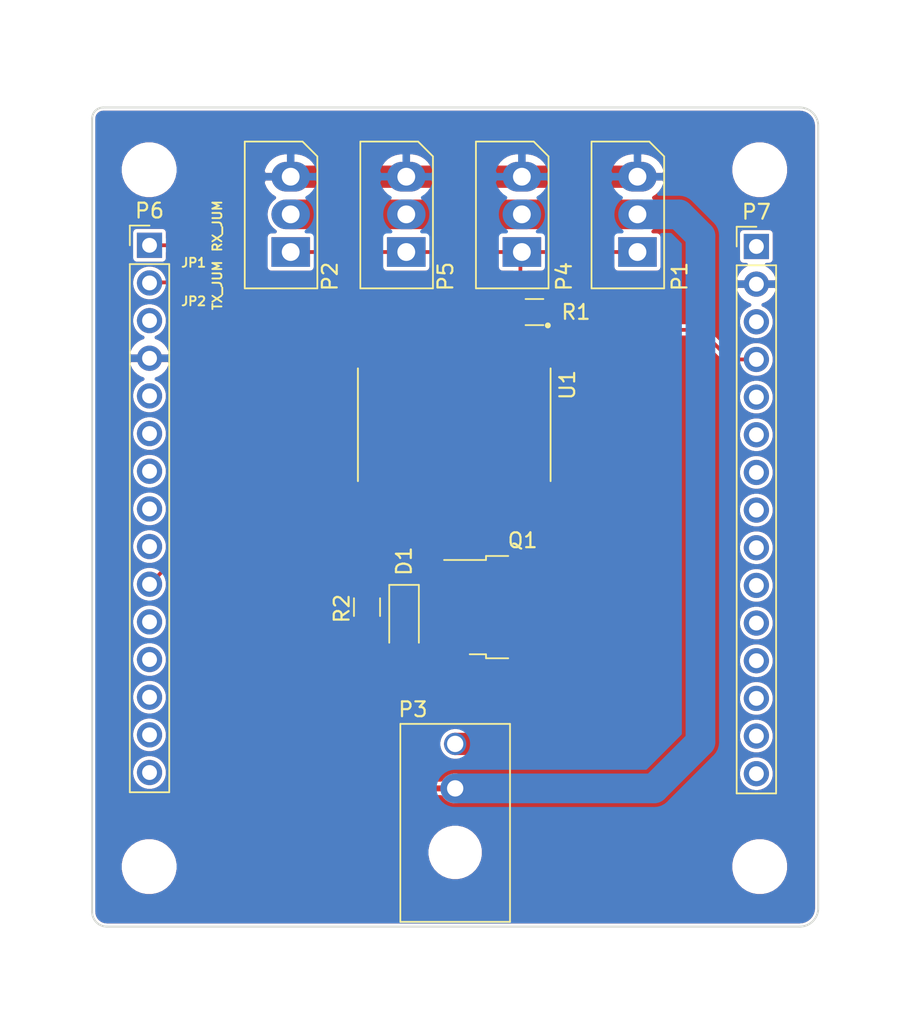
<source format=kicad_pcb>
(kicad_pcb (version 20171130) (host pcbnew 5.1.5+dfsg1-2build2)
  (layers (0 F.Cu signal) (31 B.Cu signal) (34 B.Paste user) (35 F.Paste user) (36 B.SilkS user) (37 F.SilkS user) (38 B.Mask user) (39 F.Mask user) (44 Edge.Cuts user))
  (net 0 "")
  (net 1 "Net-(D1-Pad1)")
  (net 2 GND)
  (net 3 RX)
  (net 4 TXD)
  (net 5 RXD)
  (net 6 TX)
  (net 7 VDD)
  (net 8 DATA)
  (net 9 GNDA)
  (net 10 "Net-(P6-Pad15)")
  (net 11 "Net-(P6-Pad14)")
  (net 12 "Net-(P6-Pad13)")
  (net 13 "Net-(P6-Pad12)")
  (net 14 "Net-(P6-Pad11)")
  (net 15 DIR)
  (net 16 "Net-(P6-Pad9)")
  (net 17 "Net-(P6-Pad8)")
  (net 18 "Net-(P6-Pad7)")
  (net 19 "Net-(P6-Pad6)")
  (net 20 "Net-(P6-Pad5)")
  (net 21 "Net-(P6-Pad3)")
  (net 22 12V)
  (net 23 "Net-(P7-Pad3)")
  (net 24 +5V)
  (net 25 "Net-(P7-Pad5)")
  (net 26 "Net-(P7-Pad6)")
  (net 27 "Net-(P7-Pad7)")
  (net 28 "Net-(P7-Pad8)")
  (net 29 "Net-(P7-Pad9)")
  (net 30 "Net-(P7-Pad10)")
  (net 31 "Net-(P7-Pad11)")
  (net 32 "Net-(P7-Pad12)")
  (net 33 "Net-(P7-Pad13)")
  (net 34 "Net-(P7-Pad14)")
  (net 35 "Net-(P7-Pad15)")
  (net 36 "Net-(U1-Pad4)")
  (net 37 "Net-(U1-Pad5)")
  (net 38 "Net-(U1-Pad6)")
  (net 39 "Net-(U1-Pad7)")
  (net 40 "Net-(U1-Pad8)")
  (net 41 "Net-(U1-Pad9)")
  (net 42 "Net-(U1-Pad11)")
  (net 43 "Net-(U1-Pad12)")
  (net 44 "Net-(U1-Pad13)")
  (net 45 "Net-(U1-Pad14)")
  (net 46 "Net-(U1-Pad15)")
  (net 47 "Net-(U1-Pad16)")
  (module Mounting_Holes:MountingHole_3.2mm_M3 (layer F.Cu) (at 211.8 136.2)
    (fp_text reference REF** hide)
    (fp_text value MountingHole_3.2mm_M3)
    (pad 1 np_thru_hole circle (at 0 0) (size 3.2 3.2) (drill 3.2) (layers *.Cu *.Mask))
  )
  (module Mounting_Holes:MountingHole_3.2mm_M3 (layer F.Cu) (at 170.6 136.2)
    (fp_text reference REF** hide)
    (fp_text value MountingHole_3.2mm_M3)
    (pad 1 np_thru_hole circle (at 0 0) (size 3.2 3.2) (drill 3.2) (layers *.Cu *.Mask))
  )
  (module Mounting_Holes:MountingHole_3.2mm_M3 (layer F.Cu) (at 170.6 89.2)
    (fp_text reference REF** hide)
    (fp_text value MountingHole_3.2mm_M3)
    (pad 1 np_thru_hole circle (at 0 0) (size 3.2 3.2) (drill 3.2) (layers *.Cu *.Mask))
  )
  (module Mounting_Holes:MountingHole_3.2mm_M3 (layer F.Cu) (at 211.8 89.2)
    (fp_text reference REF** hide)
    (fp_text value MountingHole_3.2mm_M3)
    (pad 1 np_thru_hole circle (at 0 0) (size 3.2 3.2) (drill 3.2) (layers *.Cu *.Mask))
  )
  (module Diode_SMD:D_SOD-123 (layer F.Cu) (at 187.8 119.45 270)
    (fp_text reference D1 (at -3.85 0 90) (layer F.SilkS))
    (fp_text value MMSZ4700-G3-08)
    (fp_line (start -2.25 -1) (end -2.25 1) (layer F.SilkS) (width 0.12))
    (fp_line (start -2.25 1) (end 1.65 1) (layer F.SilkS) (width 0.12))
    (fp_line (start -2.25 -1) (end 1.65 -1) (layer F.SilkS) (width 0.12))
    (pad 1 smd rect (at -1.65 0 270) (size 0.9 1.2) (layers F.Cu F.Paste F.Mask) (net 1 "Net-(D1-Pad1)"))
    (pad 2 smd rect (at 1.65 0 270) (size 0.9 1.2) (layers F.Cu F.Paste F.Mask) (net 2 GND))
  )
  (module Jumpers:SMT-JUMPER_2_NO_NO-SILK (layer F.Cu) (at 173.6 94.2 180)
    (fp_text reference JP1 (at 0 -1.27) (layer F.SilkS) (effects (font (size 0.6096 0.6096) (thickness 0.127))))
    (fp_text value RX_JUM (at -1.6 1.2 90) (layer F.SilkS) (effects (font (size 0.6096 0.6096) (thickness 0.127))))
    (pad 1 smd rect (at -0.4064 0 180) (size 0.635 1.27) (layers F.Cu F.Mask) (net 3 RX))
    (pad 2 smd rect (at 0.4064 0 180) (size 0.635 1.27) (layers F.Cu F.Mask) (net 4 TXD))
  )
  (module Jumpers:SMT-JUMPER_2_NO_NO-SILK (layer F.Cu) (at 173.6 96.8 180)
    (fp_text reference JP2 (at 0 -1.27) (layer F.SilkS) (effects (font (size 0.6096 0.6096) (thickness 0.127))))
    (fp_text value TX_JUM (at -1.6 -0.2 90) (layer F.SilkS) (effects (font (size 0.6096 0.6096) (thickness 0.127))))
    (pad 2 smd rect (at 0.4064 0 180) (size 0.635 1.27) (layers F.Cu F.Mask) (net 5 RXD))
    (pad 1 smd rect (at -0.4064 0 180) (size 0.635 1.27) (layers F.Cu F.Mask) (net 6 TX))
  )
  (module Connectors_Molex:Molex_SPOX-5267_22-03-5035_03x2.54mm_Straight (layer F.Cu) (at 203.55 94.75 90)
    (fp_text reference P1 (at -1.65 2.85 90) (layer F.SilkS))
    (fp_text value CONN_01X03)
    (fp_line (start 6.45 1.8) (end 7.45 0.8) (layer F.SilkS) (width 0.12))
    (fp_line (start -2.45 -3.1) (end -2.45 1.8) (layer F.SilkS) (width 0.12))
    (fp_line (start -2.45 1.8) (end 6.45 1.8) (layer F.SilkS) (width 0.12))
    (fp_line (start 7.45 0.8) (end 7.45 -3.1) (layer F.SilkS) (width 0.12))
    (fp_line (start 7.45 -3.1) (end -2.45 -3.1) (layer F.SilkS) (width 0.12))
    (pad 1 thru_hole rect (at 0 0 90) (size 2 2.6) (drill 1.2) (layers *.Cu *.Mask) (net 8 DATA))
    (pad 2 thru_hole oval (at 2.54 0 90) (size 2 2.6) (drill 1.2) (layers *.Cu *.Mask) (net 7 VDD))
    (pad 3 thru_hole oval (at 5.08 0 90) (size 2 2.6) (drill 1.2) (layers *.Cu *.Mask) (net 2 GND))
  )
  (module Connectors_Molex:Molex_SPOX-5267_22-03-5035_03x2.54mm_Straight (layer F.Cu) (at 180.15 94.75 90)
    (fp_text reference P2 (at -1.65 2.65 90) (layer F.SilkS))
    (fp_text value CONN_01X03)
    (fp_line (start 7.45 -3.1) (end -2.45 -3.1) (layer F.SilkS) (width 0.12))
    (fp_line (start 7.45 0.8) (end 7.45 -3.1) (layer F.SilkS) (width 0.12))
    (fp_line (start -2.45 1.8) (end 6.45 1.8) (layer F.SilkS) (width 0.12))
    (fp_line (start -2.45 -3.1) (end -2.45 1.8) (layer F.SilkS) (width 0.12))
    (fp_line (start 6.45 1.8) (end 7.45 0.8) (layer F.SilkS) (width 0.12))
    (pad 3 thru_hole oval (at 5.08 0 90) (size 2 2.6) (drill 1.2) (layers *.Cu *.Mask) (net 2 GND))
    (pad 2 thru_hole oval (at 2.54 0 90) (size 2 2.6) (drill 1.2) (layers *.Cu *.Mask) (net 7 VDD))
    (pad 1 thru_hole rect (at 0 0 90) (size 2 2.6) (drill 1.2) (layers *.Cu *.Mask) (net 8 DATA))
  )
  (module Connectors_Molex:Molex_Microfit3_Header_02x01_Angled_43045-020x (layer F.Cu) (at 191.25 130.925)
    (fp_text reference P3 (at -2.85 -5.325) (layer F.SilkS))
    (fp_text value PWR-Servo)
    (fp_line (start -3.7 9) (end -3.7 -4.35) (layer F.SilkS) (width 0.12))
    (fp_line (start -3.7 -4.35) (end 3.7 -4.35) (layer F.SilkS) (width 0.12))
    (fp_line (start 3.7 -4.35) (end 3.7 9) (layer F.SilkS) (width 0.12))
    (fp_line (start 3.7 9) (end -3.7 9) (layer F.SilkS) (width 0.12))
    (pad 2 thru_hole circle (at 0 -3) (size 1.5 1.5) (drill 1.1) (layers *.Cu *.Mask) (net 9 GNDA))
    (pad 1 thru_hole circle (at 0 0) (size 1.5 1.5) (drill 1.1) (layers *.Cu *.Mask) (net 7 VDD))
    (pad "" np_thru_hole circle (at 0 4.32) (size 3.1 3.1) (drill 3.1) (layers *.Cu *.Mask))
  )
  (module Connectors_Molex:Molex_SPOX-5267_22-03-5035_03x2.54mm_Straight (layer F.Cu) (at 195.75 94.75 90)
    (fp_text reference P4 (at -1.65 2.85 90) (layer F.SilkS))
    (fp_text value CONN_01X03)
    (fp_line (start 6.45 1.8) (end 7.45 0.8) (layer F.SilkS) (width 0.12))
    (fp_line (start -2.45 -3.1) (end -2.45 1.8) (layer F.SilkS) (width 0.12))
    (fp_line (start -2.45 1.8) (end 6.45 1.8) (layer F.SilkS) (width 0.12))
    (fp_line (start 7.45 0.8) (end 7.45 -3.1) (layer F.SilkS) (width 0.12))
    (fp_line (start 7.45 -3.1) (end -2.45 -3.1) (layer F.SilkS) (width 0.12))
    (pad 1 thru_hole rect (at 0 0 90) (size 2 2.6) (drill 1.2) (layers *.Cu *.Mask) (net 8 DATA))
    (pad 2 thru_hole oval (at 2.54 0 90) (size 2 2.6) (drill 1.2) (layers *.Cu *.Mask) (net 7 VDD))
    (pad 3 thru_hole oval (at 5.08 0 90) (size 2 2.6) (drill 1.2) (layers *.Cu *.Mask) (net 2 GND))
  )
  (module Connectors_Molex:Molex_SPOX-5267_22-03-5035_03x2.54mm_Straight (layer F.Cu) (at 187.95 94.75 90)
    (fp_text reference P5 (at -1.65 2.65 90) (layer F.SilkS))
    (fp_text value CONN_01X03)
    (fp_line (start 7.45 -3.1) (end -2.45 -3.1) (layer F.SilkS) (width 0.12))
    (fp_line (start 7.45 0.8) (end 7.45 -3.1) (layer F.SilkS) (width 0.12))
    (fp_line (start -2.45 1.8) (end 6.45 1.8) (layer F.SilkS) (width 0.12))
    (fp_line (start -2.45 -3.1) (end -2.45 1.8) (layer F.SilkS) (width 0.12))
    (fp_line (start 6.45 1.8) (end 7.45 0.8) (layer F.SilkS) (width 0.12))
    (pad 3 thru_hole oval (at 5.08 0 90) (size 2 2.6) (drill 1.2) (layers *.Cu *.Mask) (net 2 GND))
    (pad 2 thru_hole oval (at 2.54 0 90) (size 2 2.6) (drill 1.2) (layers *.Cu *.Mask) (net 7 VDD))
    (pad 1 thru_hole rect (at 0 0 90) (size 2 2.6) (drill 1.2) (layers *.Cu *.Mask) (net 8 DATA))
  )
  (module Pin_Headers:Pin_Header_Straight_1x15_Pitch2.54mm (layer F.Cu) (at 170.625 94.295)
    (fp_text reference P6 (at 0 -2.33) (layer F.SilkS))
    (fp_text value HEADER1)
    (fp_line (start -1.33 -1.33) (end 0 -1.33) (layer F.SilkS) (width 0.12))
    (fp_line (start -1.33 0) (end -1.33 -1.33) (layer F.SilkS) (width 0.12))
    (fp_line (start -1.33 1.27) (end 1.33 1.27) (layer F.SilkS) (width 0.12))
    (fp_line (start 1.33 1.27) (end 1.33 36.89) (layer F.SilkS) (width 0.12))
    (fp_line (start -1.33 1.27) (end -1.33 36.89) (layer F.SilkS) (width 0.12))
    (fp_line (start -1.33 36.89) (end 1.33 36.89) (layer F.SilkS) (width 0.12))
    (pad 15 thru_hole oval (at 0 35.56) (size 1.7 1.7) (drill 1) (layers *.Cu *.Mask) (net 10 "Net-(P6-Pad15)"))
    (pad 14 thru_hole oval (at 0 33.02) (size 1.7 1.7) (drill 1) (layers *.Cu *.Mask) (net 11 "Net-(P6-Pad14)"))
    (pad 13 thru_hole oval (at 0 30.48) (size 1.7 1.7) (drill 1) (layers *.Cu *.Mask) (net 12 "Net-(P6-Pad13)"))
    (pad 12 thru_hole oval (at 0 27.94) (size 1.7 1.7) (drill 1) (layers *.Cu *.Mask) (net 13 "Net-(P6-Pad12)"))
    (pad 11 thru_hole oval (at 0 25.4) (size 1.7 1.7) (drill 1) (layers *.Cu *.Mask) (net 14 "Net-(P6-Pad11)"))
    (pad 10 thru_hole oval (at 0 22.86) (size 1.7 1.7) (drill 1) (layers *.Cu *.Mask) (net 15 DIR))
    (pad 9 thru_hole oval (at 0 20.32) (size 1.7 1.7) (drill 1) (layers *.Cu *.Mask) (net 16 "Net-(P6-Pad9)"))
    (pad 8 thru_hole oval (at 0 17.78) (size 1.7 1.7) (drill 1) (layers *.Cu *.Mask) (net 17 "Net-(P6-Pad8)"))
    (pad 7 thru_hole oval (at 0 15.24) (size 1.7 1.7) (drill 1) (layers *.Cu *.Mask) (net 18 "Net-(P6-Pad7)"))
    (pad 6 thru_hole oval (at 0 12.7) (size 1.7 1.7) (drill 1) (layers *.Cu *.Mask) (net 19 "Net-(P6-Pad6)"))
    (pad 5 thru_hole oval (at 0 10.16) (size 1.7 1.7) (drill 1) (layers *.Cu *.Mask) (net 20 "Net-(P6-Pad5)"))
    (pad 4 thru_hole oval (at 0 7.62) (size 1.7 1.7) (drill 1) (layers *.Cu *.Mask) (net 2 GND))
    (pad 3 thru_hole oval (at 0 5.08) (size 1.7 1.7) (drill 1) (layers *.Cu *.Mask) (net 21 "Net-(P6-Pad3)"))
    (pad 2 thru_hole oval (at 0 2.54) (size 1.7 1.7) (drill 1) (layers *.Cu *.Mask) (net 5 RXD))
    (pad 1 thru_hole rect (at 0 0) (size 1.7 1.7) (drill 1) (layers *.Cu *.Mask) (net 4 TXD))
  )
  (module Pin_Headers:Pin_Header_Straight_1x15_Pitch2.54mm (layer F.Cu) (at 211.575 94.375)
    (fp_text reference P7 (at 0 -2.33) (layer F.SilkS))
    (fp_text value HEADER2)
    (fp_line (start -1.33 36.89) (end 1.33 36.89) (layer F.SilkS) (width 0.12))
    (fp_line (start -1.33 1.27) (end -1.33 36.89) (layer F.SilkS) (width 0.12))
    (fp_line (start 1.33 1.27) (end 1.33 36.89) (layer F.SilkS) (width 0.12))
    (fp_line (start -1.33 1.27) (end 1.33 1.27) (layer F.SilkS) (width 0.12))
    (fp_line (start -1.33 0) (end -1.33 -1.33) (layer F.SilkS) (width 0.12))
    (fp_line (start -1.33 -1.33) (end 0 -1.33) (layer F.SilkS) (width 0.12))
    (pad 1 thru_hole rect (at 0 0) (size 1.7 1.7) (drill 1) (layers *.Cu *.Mask) (net 22 12V))
    (pad 2 thru_hole oval (at 0 2.54) (size 1.7 1.7) (drill 1) (layers *.Cu *.Mask) (net 2 GND))
    (pad 3 thru_hole oval (at 0 5.08) (size 1.7 1.7) (drill 1) (layers *.Cu *.Mask) (net 23 "Net-(P7-Pad3)"))
    (pad 4 thru_hole oval (at 0 7.62) (size 1.7 1.7) (drill 1) (layers *.Cu *.Mask) (net 24 +5V))
    (pad 5 thru_hole oval (at 0 10.16) (size 1.7 1.7) (drill 1) (layers *.Cu *.Mask) (net 25 "Net-(P7-Pad5)"))
    (pad 6 thru_hole oval (at 0 12.7) (size 1.7 1.7) (drill 1) (layers *.Cu *.Mask) (net 26 "Net-(P7-Pad6)"))
    (pad 7 thru_hole oval (at 0 15.24) (size 1.7 1.7) (drill 1) (layers *.Cu *.Mask) (net 27 "Net-(P7-Pad7)"))
    (pad 8 thru_hole oval (at 0 17.78) (size 1.7 1.7) (drill 1) (layers *.Cu *.Mask) (net 28 "Net-(P7-Pad8)"))
    (pad 9 thru_hole oval (at 0 20.32) (size 1.7 1.7) (drill 1) (layers *.Cu *.Mask) (net 29 "Net-(P7-Pad9)"))
    (pad 10 thru_hole oval (at 0 22.86) (size 1.7 1.7) (drill 1) (layers *.Cu *.Mask) (net 30 "Net-(P7-Pad10)"))
    (pad 11 thru_hole oval (at 0 25.4) (size 1.7 1.7) (drill 1) (layers *.Cu *.Mask) (net 31 "Net-(P7-Pad11)"))
    (pad 12 thru_hole oval (at 0 27.94) (size 1.7 1.7) (drill 1) (layers *.Cu *.Mask) (net 32 "Net-(P7-Pad12)"))
    (pad 13 thru_hole oval (at 0 30.48) (size 1.7 1.7) (drill 1) (layers *.Cu *.Mask) (net 33 "Net-(P7-Pad13)"))
    (pad 14 thru_hole oval (at 0 33.02) (size 1.7 1.7) (drill 1) (layers *.Cu *.Mask) (net 34 "Net-(P7-Pad14)"))
    (pad 15 thru_hole oval (at 0 35.56) (size 1.7 1.7) (drill 1) (layers *.Cu *.Mask) (net 35 "Net-(P7-Pad15)"))
  )
  (module TO_SOT_Packages_SMD:TO-252-3_TabPin4 (layer F.Cu) (at 195.8 118.7)
    (fp_text reference Q1 (at 0 -4.5) (layer F.SilkS))
    (fp_text value FDD9411L-f085)
    (fp_line (start -0.97 -3.45) (end -2.47 -3.45) (layer F.SilkS) (width 0.12))
    (fp_line (start -2.47 -3.45) (end -2.47 -3.18) (layer F.SilkS) (width 0.12))
    (fp_line (start -2.47 -3.18) (end -5.3 -3.18) (layer F.SilkS) (width 0.12))
    (fp_line (start -0.97 3.45) (end -2.47 3.45) (layer F.SilkS) (width 0.12))
    (fp_line (start -2.47 3.45) (end -2.47 3.18) (layer F.SilkS) (width 0.12))
    (fp_line (start -2.47 3.18) (end -3.57 3.18) (layer F.SilkS) (width 0.12))
    (pad 1 smd rect (at -4.2 -2.28) (size 2.2 1.2) (layers F.Cu F.Paste F.Mask) (net 1 "Net-(D1-Pad1)"))
    (pad 2 smd rect (at -4.2 0) (size 2.2 1.2) (layers F.Cu F.Paste F.Mask))
    (pad 3 smd rect (at -4.2 2.28) (size 2.2 1.2) (layers F.Cu F.Paste F.Mask) (net 2 GND))
    (pad 4 smd rect (at 2.1 0) (size 6.4 5.8) (layers F.Cu F.Mask) (net 9 GNDA))
    (pad 4 smd rect (at 3.775 1.525) (size 3.05 2.75) (layers F.Cu F.Paste) (net 9 GNDA))
    (pad 4 smd rect (at 0.425 -1.525) (size 3.05 2.75) (layers F.Cu F.Paste) (net 9 GNDA))
    (pad 4 smd rect (at 3.775 -1.525) (size 3.05 2.75) (layers F.Cu F.Paste) (net 9 GNDA))
    (pad 4 smd rect (at 0.425 1.525) (size 3.05 2.75) (layers F.Cu F.Paste) (net 9 GNDA))
  )
  (module Resistors_SMD:R_0805 (layer F.Cu) (at 196.6 98.8 180)
    (fp_text reference R1 (at -2.8 0) (layer F.SilkS))
    (fp_text value 10k)
    (fp_line (start 0.6 0.88) (end -0.6 0.88) (layer F.SilkS) (width 0.12))
    (fp_line (start -0.6 -0.88) (end 0.6 -0.88) (layer F.SilkS) (width 0.12))
    (pad 1 smd rect (at -0.95 0 180) (size 0.7 1.3) (layers F.Cu F.Paste F.Mask) (net 24 +5V))
    (pad 2 smd rect (at 0.95 0 180) (size 0.7 1.3) (layers F.Cu F.Paste F.Mask) (net 8 DATA))
  )
  (module Resistors_SMD:R_0805 (layer F.Cu) (at 185.3 118.7 270)
    (fp_text reference R2 (at 0.1 1.7 90) (layer F.SilkS))
    (fp_text value 20k)
    (fp_line (start -0.6 -0.88) (end 0.6 -0.88) (layer F.SilkS) (width 0.12))
    (fp_line (start 0.6 0.88) (end -0.6 0.88) (layer F.SilkS) (width 0.12))
    (pad 2 smd rect (at 0.95 0 270) (size 0.7 1.3) (layers F.Cu F.Paste F.Mask) (net 7 VDD))
    (pad 1 smd rect (at -0.95 0 270) (size 0.7 1.3) (layers F.Cu F.Paste F.Mask) (net 1 "Net-(D1-Pad1)"))
  )
  (module frizzy_ics:SOIC127P1030X265-20N (layer F.Cu) (at 191.186753 106.4 270)
    (fp_text reference U1 (at -2.685 -7.635 90) (layer F.SilkS))
    (fp_text value 74LS241)
    (fp_circle (center -6.7 -6.315) (end -6.6 -6.315) (layer F.SilkS) (width 0.2))
    (fp_line (start -3.8 -6.5) (end 3.8 -6.5) (layer F.SilkS) (width 0.127))
    (fp_line (start -3.8 6.5) (end 3.8 6.5) (layer F.SilkS) (width 0.127))
    (pad 1 smd rect (at -4.64 -5.715 270) (size 2.06 0.6) (layers F.Cu F.Paste F.Mask) (net 15 DIR))
    (pad 2 smd rect (at -4.64 -4.445 270) (size 2.06 0.6) (layers F.Cu F.Paste F.Mask) (net 8 DATA))
    (pad 3 smd rect (at -4.64 -3.175 270) (size 2.06 0.6) (layers F.Cu F.Paste F.Mask) (net 8 DATA))
    (pad 4 smd rect (at -4.64 -1.905 270) (size 2.06 0.6) (layers F.Cu F.Paste F.Mask) (net 36 "Net-(U1-Pad4)"))
    (pad 5 smd rect (at -4.64 -0.635 270) (size 2.06 0.6) (layers F.Cu F.Paste F.Mask) (net 37 "Net-(U1-Pad5)"))
    (pad 6 smd rect (at -4.64 0.635 270) (size 2.06 0.6) (layers F.Cu F.Paste F.Mask) (net 38 "Net-(U1-Pad6)"))
    (pad 7 smd rect (at -4.64 1.905 270) (size 2.06 0.6) (layers F.Cu F.Paste F.Mask) (net 39 "Net-(U1-Pad7)"))
    (pad 8 smd rect (at -4.64 3.175 270) (size 2.06 0.6) (layers F.Cu F.Paste F.Mask) (net 40 "Net-(U1-Pad8)"))
    (pad 9 smd rect (at -4.64 4.445 270) (size 2.06 0.6) (layers F.Cu F.Paste F.Mask) (net 41 "Net-(U1-Pad9)"))
    (pad 10 smd rect (at -4.64 5.715 270) (size 2.06 0.6) (layers F.Cu F.Paste F.Mask) (net 2 GND))
    (pad 11 smd rect (at 4.64 5.715 270) (size 2.06 0.6) (layers F.Cu F.Paste F.Mask) (net 42 "Net-(U1-Pad11)"))
    (pad 12 smd rect (at 4.64 4.445 270) (size 2.06 0.6) (layers F.Cu F.Paste F.Mask) (net 43 "Net-(U1-Pad12)"))
    (pad 13 smd rect (at 4.64 3.175 270) (size 2.06 0.6) (layers F.Cu F.Paste F.Mask) (net 44 "Net-(U1-Pad13)"))
    (pad 14 smd rect (at 4.64 1.905 270) (size 2.06 0.6) (layers F.Cu F.Paste F.Mask) (net 45 "Net-(U1-Pad14)"))
    (pad 15 smd rect (at 4.64 0.635 270) (size 2.06 0.6) (layers F.Cu F.Paste F.Mask) (net 46 "Net-(U1-Pad15)"))
    (pad 16 smd rect (at 4.64 -0.635 270) (size 2.06 0.6) (layers F.Cu F.Paste F.Mask) (net 47 "Net-(U1-Pad16)"))
    (pad 17 smd rect (at 4.64 -1.905 270) (size 2.06 0.6) (layers F.Cu F.Paste F.Mask) (net 6 TX))
    (pad 18 smd rect (at 4.64 -3.175 270) (size 2.06 0.6) (layers F.Cu F.Paste F.Mask) (net 3 RX))
    (pad 19 smd rect (at 4.64 -4.445 270) (size 2.06 0.6) (layers F.Cu F.Paste F.Mask) (net 15 DIR))
    (pad 20 smd rect (at 4.64 -5.715 270) (size 2.06 0.6) (layers F.Cu F.Paste F.Mask) (net 24 +5V))
  )
  (gr_arc (start 214.5 139) (end 214.5 140.25) (angle -90) (layer Edge.Cuts) (width 0.127))
  (gr_arc (start 167.75 139.25) (end 166.75 139.25) (angle -90) (layer Edge.Cuts) (width 0.127))
  (gr_arc (start 167.5 85.75) (end 167.5 85) (angle -90) (layer Edge.Cuts) (width 0.127))
  (gr_arc (start 214.5 86.25) (end 215.75 86.25) (angle -90) (layer Edge.Cuts) (width 0.127))
  (gr_line (start 215.75 139) (end 215.75 86.25) (layer Edge.Cuts) (width 0.127))
  (gr_line (start 167.75 140.25) (end 214.5 140.25) (layer Edge.Cuts) (width 0.127))
  (gr_line (start 166.75 85.75) (end 166.75 139.25) (layer Edge.Cuts) (width 0.127))
  (gr_line (start 214.5 85) (end 167.5 85) (layer Edge.Cuts) (width 0.127))
  (segment (start 187.75 117.75) (end 187.8 117.8) (width 0.4) (layer F.Cu) (net 1))
  (segment (start 185.3 117.75) (end 187.75 117.75) (width 0.4) (layer F.Cu) (net 1))
  (segment (start 190.1 116.42) (end 191.6 116.42) (width 0.4) (layer F.Cu) (net 1))
  (segment (start 188.33 116.42) (end 190.1 116.42) (width 0.4) (layer F.Cu) (net 1))
  (segment (start 187.8 116.95) (end 188.33 116.42) (width 0.4) (layer F.Cu) (net 1))
  (segment (start 187.8 117.8) (end 187.8 116.95) (width 0.4) (layer F.Cu) (net 1))
  (segment (start 203.55 89.67) (end 180.15 89.67) (width 1.5) (layer F.Cu) (net 2))
  (segment (start 191.48 121.1) (end 191.6 120.98) (width 1.5) (layer F.Cu) (net 2))
  (segment (start 187.8 121.1) (end 191.48 121.1) (width 1.5) (layer F.Cu) (net 2))
  (segment (start 174.0064 94.2) (end 175.4 94.2) (width 0.254) (layer F.Cu) (net 3))
  (segment (start 175.4 94.2) (end 176.2 95) (width 0.254) (layer F.Cu) (net 3))
  (segment (start 176.2 95) (end 176.2 106.6) (width 0.254) (layer F.Cu) (net 3))
  (segment (start 176.2 106.6) (end 178 108.4) (width 0.254) (layer F.Cu) (net 3))
  (segment (start 178 108.4) (end 193.8 108.4) (width 0.254) (layer F.Cu) (net 3))
  (segment (start 194.361753 108.961753) (end 194.361753 111.04) (width 0.254) (layer F.Cu) (net 3))
  (segment (start 193.8 108.4) (end 194.361753 108.961753) (width 0.254) (layer F.Cu) (net 3))
  (segment (start 173.0986 94.295) (end 173.1936 94.2) (width 0.254) (layer F.Cu) (net 4))
  (segment (start 170.625 94.295) (end 173.0986 94.295) (width 0.254) (layer F.Cu) (net 4))
  (segment (start 170.66 96.8) (end 170.625 96.835) (width 0.254) (layer F.Cu) (net 5))
  (segment (start 173.1936 96.8) (end 170.66 96.8) (width 0.254) (layer F.Cu) (net 5))
  (segment (start 193.091753 109.291753) (end 193.091753 111.04) (width 0.254) (layer F.Cu) (net 6))
  (segment (start 192.8 109) (end 193.091753 109.291753) (width 0.254) (layer F.Cu) (net 6))
  (segment (start 177.8 109) (end 192.8 109) (width 0.254) (layer F.Cu) (net 6))
  (segment (start 175.6 106.8) (end 177.8 109) (width 0.254) (layer F.Cu) (net 6))
  (segment (start 175.6 97.8221) (end 175.6 106.8) (width 0.254) (layer F.Cu) (net 6))
  (segment (start 174.5779 96.8) (end 175.6 97.8221) (width 0.254) (layer F.Cu) (net 6))
  (segment (start 174.0064 96.8) (end 174.5779 96.8) (width 0.254) (layer F.Cu) (net 6))
  (segment (start 206.35 92.21) (end 207.8 93.66) (width 2) (layer B.Cu) (net 7))
  (segment (start 203.55 92.21) (end 206.35 92.21) (width 2) (layer B.Cu) (net 7))
  (segment (start 207.8 93.66) (end 207.8 127.8) (width 2) (layer B.Cu) (net 7))
  (segment (start 204.675 130.925) (end 191.25 130.925) (width 2) (layer B.Cu) (net 7))
  (segment (start 207.8 127.8) (end 204.675 130.925) (width 2) (layer B.Cu) (net 7))
  (segment (start 185.3 119.65) (end 185.3 129.3) (width 0.4) (layer F.Cu) (net 7))
  (segment (start 186.925 130.925) (end 191.25 130.925) (width 0.4) (layer F.Cu) (net 7))
  (segment (start 185.3 129.3) (end 186.925 130.925) (width 0.4) (layer F.Cu) (net 7))
  (segment (start 180.15 92.21) (end 203.55 92.21) (width 2) (layer F.Cu) (net 7))
  (segment (start 194.361753 101.76) (end 195.631753 101.76) (width 0.254) (layer F.Cu) (net 8))
  (segment (start 195.631753 98.818247) (end 195.65 98.8) (width 0.254) (layer F.Cu) (net 8))
  (segment (start 195.631753 101.76) (end 195.631753 98.818247) (width 0.254) (layer F.Cu) (net 8))
  (segment (start 195.65 94.85) (end 195.75 94.75) (width 0.254) (layer F.Cu) (net 8))
  (segment (start 195.65 98.8) (end 195.65 94.85) (width 0.254) (layer F.Cu) (net 8))
  (segment (start 180.15 94.75) (end 203.55 94.75) (width 0.254) (layer F.Cu) (net 8))
  (segment (start 197.9 118.7) (end 197.9 126.3) (width 1.5) (layer F.Cu) (net 9))
  (segment (start 196.275 127.925) (end 191.25 127.925) (width 1.5) (layer F.Cu) (net 9))
  (segment (start 197.9 126.3) (end 196.275 127.925) (width 1.5) (layer F.Cu) (net 9))
  (segment (start 196.901753 101.76) (end 196.901753 106.098247) (width 0.254) (layer F.Cu) (net 15))
  (segment (start 195.631753 107.368247) (end 195.631753 111.04) (width 0.254) (layer F.Cu) (net 15))
  (segment (start 196.901753 106.098247) (end 195.631753 107.368247) (width 0.254) (layer F.Cu) (net 15))
  (segment (start 195.631753 112.324) (end 194.155753 113.8) (width 0.254) (layer F.Cu) (net 15))
  (segment (start 195.631753 111.04) (end 195.631753 112.324) (width 0.254) (layer F.Cu) (net 15))
  (segment (start 194.155753 113.8) (end 176.2 113.8) (width 0.254) (layer F.Cu) (net 15))
  (segment (start 176.2 113.8) (end 174.2 115.8) (width 0.254) (layer F.Cu) (net 15))
  (segment (start 171.98 115.8) (end 170.625 117.155) (width 0.254) (layer F.Cu) (net 15))
  (segment (start 174.2 115.8) (end 171.98 115.8) (width 0.254) (layer F.Cu) (net 15))
  (segment (start 198.154 98.8) (end 199.354 100) (width 0.254) (layer F.Cu) (net 24))
  (segment (start 197.55 98.8) (end 198.154 98.8) (width 0.254) (layer F.Cu) (net 24))
  (segment (start 199.354 100) (end 207.8 100) (width 0.254) (layer F.Cu) (net 24))
  (segment (start 209.795 101.995) (end 211.575 101.995) (width 0.254) (layer F.Cu) (net 24))
  (segment (start 207.8 100) (end 209.795 101.995) (width 0.254) (layer F.Cu) (net 24))
  (segment (start 196.901753 111.04) (end 196.901753 108.098247) (width 0.254) (layer F.Cu) (net 24))
  (segment (start 196.901753 108.098247) (end 198.4 106.6) (width 0.254) (layer F.Cu) (net 24))
  (segment (start 198.4 106.6) (end 198.4 100.6) (width 0.254) (layer F.Cu) (net 24))
  (segment (start 197.55 99.75) (end 197.55 98.8) (width 0.254) (layer F.Cu) (net 24))
  (segment (start 198.4 100.6) (end 197.55 99.75) (width 0.254) (layer F.Cu) (net 24))
  (zone (net 2) (net_name GND) (layer F.Cu) (connect_pads (clearance 0.1524)) (min_thickness 0.254) (fill yes (arc_segments 32) (thermal_gap 0.508) (thermal_bridge_width 0.508))
    (polygon (pts (xy 215.75 140.25) (xy 166.75 140.25) (xy 166.75 85) (xy 215.75 85)))
  )
  (zone (net 2) (net_name GND) (layer B.Cu) (connect_pads (clearance 0.1524)) (min_thickness 0.254) (fill yes (arc_segments 32) (thermal_gap 0.508) (thermal_bridge_width 0.508))
    (polygon (pts (xy 215.75 85) (xy 166.75 85) (xy 166.75 140.25) (xy 215.75 140.25)))
  )
)
</source>
